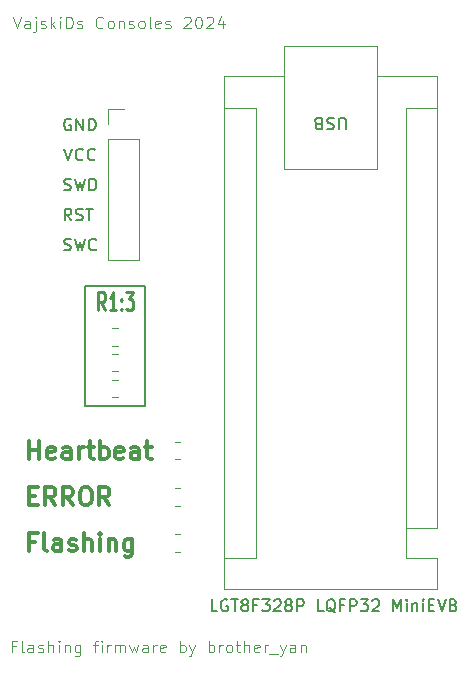
<source format=gbr>
%TF.GenerationSoftware,KiCad,Pcbnew,7.0.11+dfsg-1build4*%
%TF.CreationDate,2024-05-09T18:47:21+10:00*%
%TF.ProjectId,NoBootLoadFlasher,4e6f426f-6f74-44c6-9f61-64466c617368,rev?*%
%TF.SameCoordinates,Original*%
%TF.FileFunction,Legend,Top*%
%TF.FilePolarity,Positive*%
%FSLAX46Y46*%
G04 Gerber Fmt 4.6, Leading zero omitted, Abs format (unit mm)*
G04 Created by KiCad (PCBNEW 7.0.11+dfsg-1build4) date 2024-05-09 18:47:21*
%MOMM*%
%LPD*%
G01*
G04 APERTURE LIST*
%ADD10C,0.200000*%
%ADD11C,0.300000*%
%ADD12C,0.100000*%
%ADD13C,0.150000*%
%ADD14C,0.250000*%
%ADD15C,0.120000*%
G04 APERTURE END LIST*
D10*
X78232000Y-95123000D02*
X78232000Y-105283000D01*
X78232000Y-105283000D02*
X83312000Y-105283000D01*
X83312000Y-105283000D02*
X83312000Y-95123000D01*
X83312000Y-95123000D02*
X78232000Y-95123000D01*
D11*
X73544510Y-112855114D02*
X74044510Y-112855114D01*
X74258796Y-113640828D02*
X73544510Y-113640828D01*
X73544510Y-113640828D02*
X73544510Y-112140828D01*
X73544510Y-112140828D02*
X74258796Y-112140828D01*
X75758796Y-113640828D02*
X75258796Y-112926542D01*
X74901653Y-113640828D02*
X74901653Y-112140828D01*
X74901653Y-112140828D02*
X75473082Y-112140828D01*
X75473082Y-112140828D02*
X75615939Y-112212257D01*
X75615939Y-112212257D02*
X75687368Y-112283685D01*
X75687368Y-112283685D02*
X75758796Y-112426542D01*
X75758796Y-112426542D02*
X75758796Y-112640828D01*
X75758796Y-112640828D02*
X75687368Y-112783685D01*
X75687368Y-112783685D02*
X75615939Y-112855114D01*
X75615939Y-112855114D02*
X75473082Y-112926542D01*
X75473082Y-112926542D02*
X74901653Y-112926542D01*
X77258796Y-113640828D02*
X76758796Y-112926542D01*
X76401653Y-113640828D02*
X76401653Y-112140828D01*
X76401653Y-112140828D02*
X76973082Y-112140828D01*
X76973082Y-112140828D02*
X77115939Y-112212257D01*
X77115939Y-112212257D02*
X77187368Y-112283685D01*
X77187368Y-112283685D02*
X77258796Y-112426542D01*
X77258796Y-112426542D02*
X77258796Y-112640828D01*
X77258796Y-112640828D02*
X77187368Y-112783685D01*
X77187368Y-112783685D02*
X77115939Y-112855114D01*
X77115939Y-112855114D02*
X76973082Y-112926542D01*
X76973082Y-112926542D02*
X76401653Y-112926542D01*
X78187368Y-112140828D02*
X78473082Y-112140828D01*
X78473082Y-112140828D02*
X78615939Y-112212257D01*
X78615939Y-112212257D02*
X78758796Y-112355114D01*
X78758796Y-112355114D02*
X78830225Y-112640828D01*
X78830225Y-112640828D02*
X78830225Y-113140828D01*
X78830225Y-113140828D02*
X78758796Y-113426542D01*
X78758796Y-113426542D02*
X78615939Y-113569400D01*
X78615939Y-113569400D02*
X78473082Y-113640828D01*
X78473082Y-113640828D02*
X78187368Y-113640828D01*
X78187368Y-113640828D02*
X78044511Y-113569400D01*
X78044511Y-113569400D02*
X77901653Y-113426542D01*
X77901653Y-113426542D02*
X77830225Y-113140828D01*
X77830225Y-113140828D02*
X77830225Y-112640828D01*
X77830225Y-112640828D02*
X77901653Y-112355114D01*
X77901653Y-112355114D02*
X78044511Y-112212257D01*
X78044511Y-112212257D02*
X78187368Y-112140828D01*
X80330225Y-113640828D02*
X79830225Y-112926542D01*
X79473082Y-113640828D02*
X79473082Y-112140828D01*
X79473082Y-112140828D02*
X80044511Y-112140828D01*
X80044511Y-112140828D02*
X80187368Y-112212257D01*
X80187368Y-112212257D02*
X80258797Y-112283685D01*
X80258797Y-112283685D02*
X80330225Y-112426542D01*
X80330225Y-112426542D02*
X80330225Y-112640828D01*
X80330225Y-112640828D02*
X80258797Y-112783685D01*
X80258797Y-112783685D02*
X80187368Y-112855114D01*
X80187368Y-112855114D02*
X80044511Y-112926542D01*
X80044511Y-112926542D02*
X79473082Y-112926542D01*
D12*
X72170027Y-72278419D02*
X72503360Y-73278419D01*
X72503360Y-73278419D02*
X72836693Y-72278419D01*
X73598598Y-73278419D02*
X73598598Y-72754609D01*
X73598598Y-72754609D02*
X73550979Y-72659371D01*
X73550979Y-72659371D02*
X73455741Y-72611752D01*
X73455741Y-72611752D02*
X73265265Y-72611752D01*
X73265265Y-72611752D02*
X73170027Y-72659371D01*
X73598598Y-73230800D02*
X73503360Y-73278419D01*
X73503360Y-73278419D02*
X73265265Y-73278419D01*
X73265265Y-73278419D02*
X73170027Y-73230800D01*
X73170027Y-73230800D02*
X73122408Y-73135561D01*
X73122408Y-73135561D02*
X73122408Y-73040323D01*
X73122408Y-73040323D02*
X73170027Y-72945085D01*
X73170027Y-72945085D02*
X73265265Y-72897466D01*
X73265265Y-72897466D02*
X73503360Y-72897466D01*
X73503360Y-72897466D02*
X73598598Y-72849847D01*
X74074789Y-72611752D02*
X74074789Y-73468895D01*
X74074789Y-73468895D02*
X74027170Y-73564133D01*
X74027170Y-73564133D02*
X73931932Y-73611752D01*
X73931932Y-73611752D02*
X73884313Y-73611752D01*
X74074789Y-72278419D02*
X74027170Y-72326038D01*
X74027170Y-72326038D02*
X74074789Y-72373657D01*
X74074789Y-72373657D02*
X74122408Y-72326038D01*
X74122408Y-72326038D02*
X74074789Y-72278419D01*
X74074789Y-72278419D02*
X74074789Y-72373657D01*
X74503360Y-73230800D02*
X74598598Y-73278419D01*
X74598598Y-73278419D02*
X74789074Y-73278419D01*
X74789074Y-73278419D02*
X74884312Y-73230800D01*
X74884312Y-73230800D02*
X74931931Y-73135561D01*
X74931931Y-73135561D02*
X74931931Y-73087942D01*
X74931931Y-73087942D02*
X74884312Y-72992704D01*
X74884312Y-72992704D02*
X74789074Y-72945085D01*
X74789074Y-72945085D02*
X74646217Y-72945085D01*
X74646217Y-72945085D02*
X74550979Y-72897466D01*
X74550979Y-72897466D02*
X74503360Y-72802228D01*
X74503360Y-72802228D02*
X74503360Y-72754609D01*
X74503360Y-72754609D02*
X74550979Y-72659371D01*
X74550979Y-72659371D02*
X74646217Y-72611752D01*
X74646217Y-72611752D02*
X74789074Y-72611752D01*
X74789074Y-72611752D02*
X74884312Y-72659371D01*
X75360503Y-73278419D02*
X75360503Y-72278419D01*
X75455741Y-72897466D02*
X75741455Y-73278419D01*
X75741455Y-72611752D02*
X75360503Y-72992704D01*
X76170027Y-73278419D02*
X76170027Y-72611752D01*
X76170027Y-72278419D02*
X76122408Y-72326038D01*
X76122408Y-72326038D02*
X76170027Y-72373657D01*
X76170027Y-72373657D02*
X76217646Y-72326038D01*
X76217646Y-72326038D02*
X76170027Y-72278419D01*
X76170027Y-72278419D02*
X76170027Y-72373657D01*
X76646217Y-73278419D02*
X76646217Y-72278419D01*
X76646217Y-72278419D02*
X76884312Y-72278419D01*
X76884312Y-72278419D02*
X77027169Y-72326038D01*
X77027169Y-72326038D02*
X77122407Y-72421276D01*
X77122407Y-72421276D02*
X77170026Y-72516514D01*
X77170026Y-72516514D02*
X77217645Y-72706990D01*
X77217645Y-72706990D02*
X77217645Y-72849847D01*
X77217645Y-72849847D02*
X77170026Y-73040323D01*
X77170026Y-73040323D02*
X77122407Y-73135561D01*
X77122407Y-73135561D02*
X77027169Y-73230800D01*
X77027169Y-73230800D02*
X76884312Y-73278419D01*
X76884312Y-73278419D02*
X76646217Y-73278419D01*
X77598598Y-73230800D02*
X77693836Y-73278419D01*
X77693836Y-73278419D02*
X77884312Y-73278419D01*
X77884312Y-73278419D02*
X77979550Y-73230800D01*
X77979550Y-73230800D02*
X78027169Y-73135561D01*
X78027169Y-73135561D02*
X78027169Y-73087942D01*
X78027169Y-73087942D02*
X77979550Y-72992704D01*
X77979550Y-72992704D02*
X77884312Y-72945085D01*
X77884312Y-72945085D02*
X77741455Y-72945085D01*
X77741455Y-72945085D02*
X77646217Y-72897466D01*
X77646217Y-72897466D02*
X77598598Y-72802228D01*
X77598598Y-72802228D02*
X77598598Y-72754609D01*
X77598598Y-72754609D02*
X77646217Y-72659371D01*
X77646217Y-72659371D02*
X77741455Y-72611752D01*
X77741455Y-72611752D02*
X77884312Y-72611752D01*
X77884312Y-72611752D02*
X77979550Y-72659371D01*
X79789074Y-73183180D02*
X79741455Y-73230800D01*
X79741455Y-73230800D02*
X79598598Y-73278419D01*
X79598598Y-73278419D02*
X79503360Y-73278419D01*
X79503360Y-73278419D02*
X79360503Y-73230800D01*
X79360503Y-73230800D02*
X79265265Y-73135561D01*
X79265265Y-73135561D02*
X79217646Y-73040323D01*
X79217646Y-73040323D02*
X79170027Y-72849847D01*
X79170027Y-72849847D02*
X79170027Y-72706990D01*
X79170027Y-72706990D02*
X79217646Y-72516514D01*
X79217646Y-72516514D02*
X79265265Y-72421276D01*
X79265265Y-72421276D02*
X79360503Y-72326038D01*
X79360503Y-72326038D02*
X79503360Y-72278419D01*
X79503360Y-72278419D02*
X79598598Y-72278419D01*
X79598598Y-72278419D02*
X79741455Y-72326038D01*
X79741455Y-72326038D02*
X79789074Y-72373657D01*
X80360503Y-73278419D02*
X80265265Y-73230800D01*
X80265265Y-73230800D02*
X80217646Y-73183180D01*
X80217646Y-73183180D02*
X80170027Y-73087942D01*
X80170027Y-73087942D02*
X80170027Y-72802228D01*
X80170027Y-72802228D02*
X80217646Y-72706990D01*
X80217646Y-72706990D02*
X80265265Y-72659371D01*
X80265265Y-72659371D02*
X80360503Y-72611752D01*
X80360503Y-72611752D02*
X80503360Y-72611752D01*
X80503360Y-72611752D02*
X80598598Y-72659371D01*
X80598598Y-72659371D02*
X80646217Y-72706990D01*
X80646217Y-72706990D02*
X80693836Y-72802228D01*
X80693836Y-72802228D02*
X80693836Y-73087942D01*
X80693836Y-73087942D02*
X80646217Y-73183180D01*
X80646217Y-73183180D02*
X80598598Y-73230800D01*
X80598598Y-73230800D02*
X80503360Y-73278419D01*
X80503360Y-73278419D02*
X80360503Y-73278419D01*
X81122408Y-72611752D02*
X81122408Y-73278419D01*
X81122408Y-72706990D02*
X81170027Y-72659371D01*
X81170027Y-72659371D02*
X81265265Y-72611752D01*
X81265265Y-72611752D02*
X81408122Y-72611752D01*
X81408122Y-72611752D02*
X81503360Y-72659371D01*
X81503360Y-72659371D02*
X81550979Y-72754609D01*
X81550979Y-72754609D02*
X81550979Y-73278419D01*
X81979551Y-73230800D02*
X82074789Y-73278419D01*
X82074789Y-73278419D02*
X82265265Y-73278419D01*
X82265265Y-73278419D02*
X82360503Y-73230800D01*
X82360503Y-73230800D02*
X82408122Y-73135561D01*
X82408122Y-73135561D02*
X82408122Y-73087942D01*
X82408122Y-73087942D02*
X82360503Y-72992704D01*
X82360503Y-72992704D02*
X82265265Y-72945085D01*
X82265265Y-72945085D02*
X82122408Y-72945085D01*
X82122408Y-72945085D02*
X82027170Y-72897466D01*
X82027170Y-72897466D02*
X81979551Y-72802228D01*
X81979551Y-72802228D02*
X81979551Y-72754609D01*
X81979551Y-72754609D02*
X82027170Y-72659371D01*
X82027170Y-72659371D02*
X82122408Y-72611752D01*
X82122408Y-72611752D02*
X82265265Y-72611752D01*
X82265265Y-72611752D02*
X82360503Y-72659371D01*
X82979551Y-73278419D02*
X82884313Y-73230800D01*
X82884313Y-73230800D02*
X82836694Y-73183180D01*
X82836694Y-73183180D02*
X82789075Y-73087942D01*
X82789075Y-73087942D02*
X82789075Y-72802228D01*
X82789075Y-72802228D02*
X82836694Y-72706990D01*
X82836694Y-72706990D02*
X82884313Y-72659371D01*
X82884313Y-72659371D02*
X82979551Y-72611752D01*
X82979551Y-72611752D02*
X83122408Y-72611752D01*
X83122408Y-72611752D02*
X83217646Y-72659371D01*
X83217646Y-72659371D02*
X83265265Y-72706990D01*
X83265265Y-72706990D02*
X83312884Y-72802228D01*
X83312884Y-72802228D02*
X83312884Y-73087942D01*
X83312884Y-73087942D02*
X83265265Y-73183180D01*
X83265265Y-73183180D02*
X83217646Y-73230800D01*
X83217646Y-73230800D02*
X83122408Y-73278419D01*
X83122408Y-73278419D02*
X82979551Y-73278419D01*
X83884313Y-73278419D02*
X83789075Y-73230800D01*
X83789075Y-73230800D02*
X83741456Y-73135561D01*
X83741456Y-73135561D02*
X83741456Y-72278419D01*
X84646218Y-73230800D02*
X84550980Y-73278419D01*
X84550980Y-73278419D02*
X84360504Y-73278419D01*
X84360504Y-73278419D02*
X84265266Y-73230800D01*
X84265266Y-73230800D02*
X84217647Y-73135561D01*
X84217647Y-73135561D02*
X84217647Y-72754609D01*
X84217647Y-72754609D02*
X84265266Y-72659371D01*
X84265266Y-72659371D02*
X84360504Y-72611752D01*
X84360504Y-72611752D02*
X84550980Y-72611752D01*
X84550980Y-72611752D02*
X84646218Y-72659371D01*
X84646218Y-72659371D02*
X84693837Y-72754609D01*
X84693837Y-72754609D02*
X84693837Y-72849847D01*
X84693837Y-72849847D02*
X84217647Y-72945085D01*
X85074790Y-73230800D02*
X85170028Y-73278419D01*
X85170028Y-73278419D02*
X85360504Y-73278419D01*
X85360504Y-73278419D02*
X85455742Y-73230800D01*
X85455742Y-73230800D02*
X85503361Y-73135561D01*
X85503361Y-73135561D02*
X85503361Y-73087942D01*
X85503361Y-73087942D02*
X85455742Y-72992704D01*
X85455742Y-72992704D02*
X85360504Y-72945085D01*
X85360504Y-72945085D02*
X85217647Y-72945085D01*
X85217647Y-72945085D02*
X85122409Y-72897466D01*
X85122409Y-72897466D02*
X85074790Y-72802228D01*
X85074790Y-72802228D02*
X85074790Y-72754609D01*
X85074790Y-72754609D02*
X85122409Y-72659371D01*
X85122409Y-72659371D02*
X85217647Y-72611752D01*
X85217647Y-72611752D02*
X85360504Y-72611752D01*
X85360504Y-72611752D02*
X85455742Y-72659371D01*
X86646219Y-72373657D02*
X86693838Y-72326038D01*
X86693838Y-72326038D02*
X86789076Y-72278419D01*
X86789076Y-72278419D02*
X87027171Y-72278419D01*
X87027171Y-72278419D02*
X87122409Y-72326038D01*
X87122409Y-72326038D02*
X87170028Y-72373657D01*
X87170028Y-72373657D02*
X87217647Y-72468895D01*
X87217647Y-72468895D02*
X87217647Y-72564133D01*
X87217647Y-72564133D02*
X87170028Y-72706990D01*
X87170028Y-72706990D02*
X86598600Y-73278419D01*
X86598600Y-73278419D02*
X87217647Y-73278419D01*
X87836695Y-72278419D02*
X87931933Y-72278419D01*
X87931933Y-72278419D02*
X88027171Y-72326038D01*
X88027171Y-72326038D02*
X88074790Y-72373657D01*
X88074790Y-72373657D02*
X88122409Y-72468895D01*
X88122409Y-72468895D02*
X88170028Y-72659371D01*
X88170028Y-72659371D02*
X88170028Y-72897466D01*
X88170028Y-72897466D02*
X88122409Y-73087942D01*
X88122409Y-73087942D02*
X88074790Y-73183180D01*
X88074790Y-73183180D02*
X88027171Y-73230800D01*
X88027171Y-73230800D02*
X87931933Y-73278419D01*
X87931933Y-73278419D02*
X87836695Y-73278419D01*
X87836695Y-73278419D02*
X87741457Y-73230800D01*
X87741457Y-73230800D02*
X87693838Y-73183180D01*
X87693838Y-73183180D02*
X87646219Y-73087942D01*
X87646219Y-73087942D02*
X87598600Y-72897466D01*
X87598600Y-72897466D02*
X87598600Y-72659371D01*
X87598600Y-72659371D02*
X87646219Y-72468895D01*
X87646219Y-72468895D02*
X87693838Y-72373657D01*
X87693838Y-72373657D02*
X87741457Y-72326038D01*
X87741457Y-72326038D02*
X87836695Y-72278419D01*
X88550981Y-72373657D02*
X88598600Y-72326038D01*
X88598600Y-72326038D02*
X88693838Y-72278419D01*
X88693838Y-72278419D02*
X88931933Y-72278419D01*
X88931933Y-72278419D02*
X89027171Y-72326038D01*
X89027171Y-72326038D02*
X89074790Y-72373657D01*
X89074790Y-72373657D02*
X89122409Y-72468895D01*
X89122409Y-72468895D02*
X89122409Y-72564133D01*
X89122409Y-72564133D02*
X89074790Y-72706990D01*
X89074790Y-72706990D02*
X88503362Y-73278419D01*
X88503362Y-73278419D02*
X89122409Y-73278419D01*
X89979552Y-72611752D02*
X89979552Y-73278419D01*
X89741457Y-72230800D02*
X89503362Y-72945085D01*
X89503362Y-72945085D02*
X90122409Y-72945085D01*
D13*
X76489160Y-86944200D02*
X76632017Y-86991819D01*
X76632017Y-86991819D02*
X76870112Y-86991819D01*
X76870112Y-86991819D02*
X76965350Y-86944200D01*
X76965350Y-86944200D02*
X77012969Y-86896580D01*
X77012969Y-86896580D02*
X77060588Y-86801342D01*
X77060588Y-86801342D02*
X77060588Y-86706104D01*
X77060588Y-86706104D02*
X77012969Y-86610866D01*
X77012969Y-86610866D02*
X76965350Y-86563247D01*
X76965350Y-86563247D02*
X76870112Y-86515628D01*
X76870112Y-86515628D02*
X76679636Y-86468009D01*
X76679636Y-86468009D02*
X76584398Y-86420390D01*
X76584398Y-86420390D02*
X76536779Y-86372771D01*
X76536779Y-86372771D02*
X76489160Y-86277533D01*
X76489160Y-86277533D02*
X76489160Y-86182295D01*
X76489160Y-86182295D02*
X76536779Y-86087057D01*
X76536779Y-86087057D02*
X76584398Y-86039438D01*
X76584398Y-86039438D02*
X76679636Y-85991819D01*
X76679636Y-85991819D02*
X76917731Y-85991819D01*
X76917731Y-85991819D02*
X77060588Y-86039438D01*
X77393922Y-85991819D02*
X77632017Y-86991819D01*
X77632017Y-86991819D02*
X77822493Y-86277533D01*
X77822493Y-86277533D02*
X78012969Y-86991819D01*
X78012969Y-86991819D02*
X78251065Y-85991819D01*
X78632017Y-86991819D02*
X78632017Y-85991819D01*
X78632017Y-85991819D02*
X78870112Y-85991819D01*
X78870112Y-85991819D02*
X79012969Y-86039438D01*
X79012969Y-86039438D02*
X79108207Y-86134676D01*
X79108207Y-86134676D02*
X79155826Y-86229914D01*
X79155826Y-86229914D02*
X79203445Y-86420390D01*
X79203445Y-86420390D02*
X79203445Y-86563247D01*
X79203445Y-86563247D02*
X79155826Y-86753723D01*
X79155826Y-86753723D02*
X79108207Y-86848961D01*
X79108207Y-86848961D02*
X79012969Y-86944200D01*
X79012969Y-86944200D02*
X78870112Y-86991819D01*
X78870112Y-86991819D02*
X78632017Y-86991819D01*
D12*
X72392217Y-125586609D02*
X72058884Y-125586609D01*
X72058884Y-126110419D02*
X72058884Y-125110419D01*
X72058884Y-125110419D02*
X72535074Y-125110419D01*
X73058884Y-126110419D02*
X72963646Y-126062800D01*
X72963646Y-126062800D02*
X72916027Y-125967561D01*
X72916027Y-125967561D02*
X72916027Y-125110419D01*
X73868408Y-126110419D02*
X73868408Y-125586609D01*
X73868408Y-125586609D02*
X73820789Y-125491371D01*
X73820789Y-125491371D02*
X73725551Y-125443752D01*
X73725551Y-125443752D02*
X73535075Y-125443752D01*
X73535075Y-125443752D02*
X73439837Y-125491371D01*
X73868408Y-126062800D02*
X73773170Y-126110419D01*
X73773170Y-126110419D02*
X73535075Y-126110419D01*
X73535075Y-126110419D02*
X73439837Y-126062800D01*
X73439837Y-126062800D02*
X73392218Y-125967561D01*
X73392218Y-125967561D02*
X73392218Y-125872323D01*
X73392218Y-125872323D02*
X73439837Y-125777085D01*
X73439837Y-125777085D02*
X73535075Y-125729466D01*
X73535075Y-125729466D02*
X73773170Y-125729466D01*
X73773170Y-125729466D02*
X73868408Y-125681847D01*
X74296980Y-126062800D02*
X74392218Y-126110419D01*
X74392218Y-126110419D02*
X74582694Y-126110419D01*
X74582694Y-126110419D02*
X74677932Y-126062800D01*
X74677932Y-126062800D02*
X74725551Y-125967561D01*
X74725551Y-125967561D02*
X74725551Y-125919942D01*
X74725551Y-125919942D02*
X74677932Y-125824704D01*
X74677932Y-125824704D02*
X74582694Y-125777085D01*
X74582694Y-125777085D02*
X74439837Y-125777085D01*
X74439837Y-125777085D02*
X74344599Y-125729466D01*
X74344599Y-125729466D02*
X74296980Y-125634228D01*
X74296980Y-125634228D02*
X74296980Y-125586609D01*
X74296980Y-125586609D02*
X74344599Y-125491371D01*
X74344599Y-125491371D02*
X74439837Y-125443752D01*
X74439837Y-125443752D02*
X74582694Y-125443752D01*
X74582694Y-125443752D02*
X74677932Y-125491371D01*
X75154123Y-126110419D02*
X75154123Y-125110419D01*
X75582694Y-126110419D02*
X75582694Y-125586609D01*
X75582694Y-125586609D02*
X75535075Y-125491371D01*
X75535075Y-125491371D02*
X75439837Y-125443752D01*
X75439837Y-125443752D02*
X75296980Y-125443752D01*
X75296980Y-125443752D02*
X75201742Y-125491371D01*
X75201742Y-125491371D02*
X75154123Y-125538990D01*
X76058885Y-126110419D02*
X76058885Y-125443752D01*
X76058885Y-125110419D02*
X76011266Y-125158038D01*
X76011266Y-125158038D02*
X76058885Y-125205657D01*
X76058885Y-125205657D02*
X76106504Y-125158038D01*
X76106504Y-125158038D02*
X76058885Y-125110419D01*
X76058885Y-125110419D02*
X76058885Y-125205657D01*
X76535075Y-125443752D02*
X76535075Y-126110419D01*
X76535075Y-125538990D02*
X76582694Y-125491371D01*
X76582694Y-125491371D02*
X76677932Y-125443752D01*
X76677932Y-125443752D02*
X76820789Y-125443752D01*
X76820789Y-125443752D02*
X76916027Y-125491371D01*
X76916027Y-125491371D02*
X76963646Y-125586609D01*
X76963646Y-125586609D02*
X76963646Y-126110419D01*
X77868408Y-125443752D02*
X77868408Y-126253276D01*
X77868408Y-126253276D02*
X77820789Y-126348514D01*
X77820789Y-126348514D02*
X77773170Y-126396133D01*
X77773170Y-126396133D02*
X77677932Y-126443752D01*
X77677932Y-126443752D02*
X77535075Y-126443752D01*
X77535075Y-126443752D02*
X77439837Y-126396133D01*
X77868408Y-126062800D02*
X77773170Y-126110419D01*
X77773170Y-126110419D02*
X77582694Y-126110419D01*
X77582694Y-126110419D02*
X77487456Y-126062800D01*
X77487456Y-126062800D02*
X77439837Y-126015180D01*
X77439837Y-126015180D02*
X77392218Y-125919942D01*
X77392218Y-125919942D02*
X77392218Y-125634228D01*
X77392218Y-125634228D02*
X77439837Y-125538990D01*
X77439837Y-125538990D02*
X77487456Y-125491371D01*
X77487456Y-125491371D02*
X77582694Y-125443752D01*
X77582694Y-125443752D02*
X77773170Y-125443752D01*
X77773170Y-125443752D02*
X77868408Y-125491371D01*
X78963647Y-125443752D02*
X79344599Y-125443752D01*
X79106504Y-126110419D02*
X79106504Y-125253276D01*
X79106504Y-125253276D02*
X79154123Y-125158038D01*
X79154123Y-125158038D02*
X79249361Y-125110419D01*
X79249361Y-125110419D02*
X79344599Y-125110419D01*
X79677933Y-126110419D02*
X79677933Y-125443752D01*
X79677933Y-125110419D02*
X79630314Y-125158038D01*
X79630314Y-125158038D02*
X79677933Y-125205657D01*
X79677933Y-125205657D02*
X79725552Y-125158038D01*
X79725552Y-125158038D02*
X79677933Y-125110419D01*
X79677933Y-125110419D02*
X79677933Y-125205657D01*
X80154123Y-126110419D02*
X80154123Y-125443752D01*
X80154123Y-125634228D02*
X80201742Y-125538990D01*
X80201742Y-125538990D02*
X80249361Y-125491371D01*
X80249361Y-125491371D02*
X80344599Y-125443752D01*
X80344599Y-125443752D02*
X80439837Y-125443752D01*
X80773171Y-126110419D02*
X80773171Y-125443752D01*
X80773171Y-125538990D02*
X80820790Y-125491371D01*
X80820790Y-125491371D02*
X80916028Y-125443752D01*
X80916028Y-125443752D02*
X81058885Y-125443752D01*
X81058885Y-125443752D02*
X81154123Y-125491371D01*
X81154123Y-125491371D02*
X81201742Y-125586609D01*
X81201742Y-125586609D02*
X81201742Y-126110419D01*
X81201742Y-125586609D02*
X81249361Y-125491371D01*
X81249361Y-125491371D02*
X81344599Y-125443752D01*
X81344599Y-125443752D02*
X81487456Y-125443752D01*
X81487456Y-125443752D02*
X81582695Y-125491371D01*
X81582695Y-125491371D02*
X81630314Y-125586609D01*
X81630314Y-125586609D02*
X81630314Y-126110419D01*
X82011266Y-125443752D02*
X82201742Y-126110419D01*
X82201742Y-126110419D02*
X82392218Y-125634228D01*
X82392218Y-125634228D02*
X82582694Y-126110419D01*
X82582694Y-126110419D02*
X82773170Y-125443752D01*
X83582694Y-126110419D02*
X83582694Y-125586609D01*
X83582694Y-125586609D02*
X83535075Y-125491371D01*
X83535075Y-125491371D02*
X83439837Y-125443752D01*
X83439837Y-125443752D02*
X83249361Y-125443752D01*
X83249361Y-125443752D02*
X83154123Y-125491371D01*
X83582694Y-126062800D02*
X83487456Y-126110419D01*
X83487456Y-126110419D02*
X83249361Y-126110419D01*
X83249361Y-126110419D02*
X83154123Y-126062800D01*
X83154123Y-126062800D02*
X83106504Y-125967561D01*
X83106504Y-125967561D02*
X83106504Y-125872323D01*
X83106504Y-125872323D02*
X83154123Y-125777085D01*
X83154123Y-125777085D02*
X83249361Y-125729466D01*
X83249361Y-125729466D02*
X83487456Y-125729466D01*
X83487456Y-125729466D02*
X83582694Y-125681847D01*
X84058885Y-126110419D02*
X84058885Y-125443752D01*
X84058885Y-125634228D02*
X84106504Y-125538990D01*
X84106504Y-125538990D02*
X84154123Y-125491371D01*
X84154123Y-125491371D02*
X84249361Y-125443752D01*
X84249361Y-125443752D02*
X84344599Y-125443752D01*
X85058885Y-126062800D02*
X84963647Y-126110419D01*
X84963647Y-126110419D02*
X84773171Y-126110419D01*
X84773171Y-126110419D02*
X84677933Y-126062800D01*
X84677933Y-126062800D02*
X84630314Y-125967561D01*
X84630314Y-125967561D02*
X84630314Y-125586609D01*
X84630314Y-125586609D02*
X84677933Y-125491371D01*
X84677933Y-125491371D02*
X84773171Y-125443752D01*
X84773171Y-125443752D02*
X84963647Y-125443752D01*
X84963647Y-125443752D02*
X85058885Y-125491371D01*
X85058885Y-125491371D02*
X85106504Y-125586609D01*
X85106504Y-125586609D02*
X85106504Y-125681847D01*
X85106504Y-125681847D02*
X84630314Y-125777085D01*
X86296981Y-126110419D02*
X86296981Y-125110419D01*
X86296981Y-125491371D02*
X86392219Y-125443752D01*
X86392219Y-125443752D02*
X86582695Y-125443752D01*
X86582695Y-125443752D02*
X86677933Y-125491371D01*
X86677933Y-125491371D02*
X86725552Y-125538990D01*
X86725552Y-125538990D02*
X86773171Y-125634228D01*
X86773171Y-125634228D02*
X86773171Y-125919942D01*
X86773171Y-125919942D02*
X86725552Y-126015180D01*
X86725552Y-126015180D02*
X86677933Y-126062800D01*
X86677933Y-126062800D02*
X86582695Y-126110419D01*
X86582695Y-126110419D02*
X86392219Y-126110419D01*
X86392219Y-126110419D02*
X86296981Y-126062800D01*
X87106505Y-125443752D02*
X87344600Y-126110419D01*
X87582695Y-125443752D02*
X87344600Y-126110419D01*
X87344600Y-126110419D02*
X87249362Y-126348514D01*
X87249362Y-126348514D02*
X87201743Y-126396133D01*
X87201743Y-126396133D02*
X87106505Y-126443752D01*
X88725553Y-126110419D02*
X88725553Y-125110419D01*
X88725553Y-125491371D02*
X88820791Y-125443752D01*
X88820791Y-125443752D02*
X89011267Y-125443752D01*
X89011267Y-125443752D02*
X89106505Y-125491371D01*
X89106505Y-125491371D02*
X89154124Y-125538990D01*
X89154124Y-125538990D02*
X89201743Y-125634228D01*
X89201743Y-125634228D02*
X89201743Y-125919942D01*
X89201743Y-125919942D02*
X89154124Y-126015180D01*
X89154124Y-126015180D02*
X89106505Y-126062800D01*
X89106505Y-126062800D02*
X89011267Y-126110419D01*
X89011267Y-126110419D02*
X88820791Y-126110419D01*
X88820791Y-126110419D02*
X88725553Y-126062800D01*
X89630315Y-126110419D02*
X89630315Y-125443752D01*
X89630315Y-125634228D02*
X89677934Y-125538990D01*
X89677934Y-125538990D02*
X89725553Y-125491371D01*
X89725553Y-125491371D02*
X89820791Y-125443752D01*
X89820791Y-125443752D02*
X89916029Y-125443752D01*
X90392220Y-126110419D02*
X90296982Y-126062800D01*
X90296982Y-126062800D02*
X90249363Y-126015180D01*
X90249363Y-126015180D02*
X90201744Y-125919942D01*
X90201744Y-125919942D02*
X90201744Y-125634228D01*
X90201744Y-125634228D02*
X90249363Y-125538990D01*
X90249363Y-125538990D02*
X90296982Y-125491371D01*
X90296982Y-125491371D02*
X90392220Y-125443752D01*
X90392220Y-125443752D02*
X90535077Y-125443752D01*
X90535077Y-125443752D02*
X90630315Y-125491371D01*
X90630315Y-125491371D02*
X90677934Y-125538990D01*
X90677934Y-125538990D02*
X90725553Y-125634228D01*
X90725553Y-125634228D02*
X90725553Y-125919942D01*
X90725553Y-125919942D02*
X90677934Y-126015180D01*
X90677934Y-126015180D02*
X90630315Y-126062800D01*
X90630315Y-126062800D02*
X90535077Y-126110419D01*
X90535077Y-126110419D02*
X90392220Y-126110419D01*
X91011268Y-125443752D02*
X91392220Y-125443752D01*
X91154125Y-125110419D02*
X91154125Y-125967561D01*
X91154125Y-125967561D02*
X91201744Y-126062800D01*
X91201744Y-126062800D02*
X91296982Y-126110419D01*
X91296982Y-126110419D02*
X91392220Y-126110419D01*
X91725554Y-126110419D02*
X91725554Y-125110419D01*
X92154125Y-126110419D02*
X92154125Y-125586609D01*
X92154125Y-125586609D02*
X92106506Y-125491371D01*
X92106506Y-125491371D02*
X92011268Y-125443752D01*
X92011268Y-125443752D02*
X91868411Y-125443752D01*
X91868411Y-125443752D02*
X91773173Y-125491371D01*
X91773173Y-125491371D02*
X91725554Y-125538990D01*
X93011268Y-126062800D02*
X92916030Y-126110419D01*
X92916030Y-126110419D02*
X92725554Y-126110419D01*
X92725554Y-126110419D02*
X92630316Y-126062800D01*
X92630316Y-126062800D02*
X92582697Y-125967561D01*
X92582697Y-125967561D02*
X92582697Y-125586609D01*
X92582697Y-125586609D02*
X92630316Y-125491371D01*
X92630316Y-125491371D02*
X92725554Y-125443752D01*
X92725554Y-125443752D02*
X92916030Y-125443752D01*
X92916030Y-125443752D02*
X93011268Y-125491371D01*
X93011268Y-125491371D02*
X93058887Y-125586609D01*
X93058887Y-125586609D02*
X93058887Y-125681847D01*
X93058887Y-125681847D02*
X92582697Y-125777085D01*
X93487459Y-126110419D02*
X93487459Y-125443752D01*
X93487459Y-125634228D02*
X93535078Y-125538990D01*
X93535078Y-125538990D02*
X93582697Y-125491371D01*
X93582697Y-125491371D02*
X93677935Y-125443752D01*
X93677935Y-125443752D02*
X93773173Y-125443752D01*
X93868412Y-126205657D02*
X94630316Y-126205657D01*
X94773174Y-125443752D02*
X95011269Y-126110419D01*
X95249364Y-125443752D02*
X95011269Y-126110419D01*
X95011269Y-126110419D02*
X94916031Y-126348514D01*
X94916031Y-126348514D02*
X94868412Y-126396133D01*
X94868412Y-126396133D02*
X94773174Y-126443752D01*
X96058888Y-126110419D02*
X96058888Y-125586609D01*
X96058888Y-125586609D02*
X96011269Y-125491371D01*
X96011269Y-125491371D02*
X95916031Y-125443752D01*
X95916031Y-125443752D02*
X95725555Y-125443752D01*
X95725555Y-125443752D02*
X95630317Y-125491371D01*
X96058888Y-126062800D02*
X95963650Y-126110419D01*
X95963650Y-126110419D02*
X95725555Y-126110419D01*
X95725555Y-126110419D02*
X95630317Y-126062800D01*
X95630317Y-126062800D02*
X95582698Y-125967561D01*
X95582698Y-125967561D02*
X95582698Y-125872323D01*
X95582698Y-125872323D02*
X95630317Y-125777085D01*
X95630317Y-125777085D02*
X95725555Y-125729466D01*
X95725555Y-125729466D02*
X95963650Y-125729466D01*
X95963650Y-125729466D02*
X96058888Y-125681847D01*
X96535079Y-125443752D02*
X96535079Y-126110419D01*
X96535079Y-125538990D02*
X96582698Y-125491371D01*
X96582698Y-125491371D02*
X96677936Y-125443752D01*
X96677936Y-125443752D02*
X96820793Y-125443752D01*
X96820793Y-125443752D02*
X96916031Y-125491371D01*
X96916031Y-125491371D02*
X96963650Y-125586609D01*
X96963650Y-125586609D02*
X96963650Y-126110419D01*
D11*
X74044510Y-116755114D02*
X73544510Y-116755114D01*
X73544510Y-117540828D02*
X73544510Y-116040828D01*
X73544510Y-116040828D02*
X74258796Y-116040828D01*
X75044510Y-117540828D02*
X74901653Y-117469400D01*
X74901653Y-117469400D02*
X74830224Y-117326542D01*
X74830224Y-117326542D02*
X74830224Y-116040828D01*
X76258796Y-117540828D02*
X76258796Y-116755114D01*
X76258796Y-116755114D02*
X76187367Y-116612257D01*
X76187367Y-116612257D02*
X76044510Y-116540828D01*
X76044510Y-116540828D02*
X75758796Y-116540828D01*
X75758796Y-116540828D02*
X75615938Y-116612257D01*
X76258796Y-117469400D02*
X76115938Y-117540828D01*
X76115938Y-117540828D02*
X75758796Y-117540828D01*
X75758796Y-117540828D02*
X75615938Y-117469400D01*
X75615938Y-117469400D02*
X75544510Y-117326542D01*
X75544510Y-117326542D02*
X75544510Y-117183685D01*
X75544510Y-117183685D02*
X75615938Y-117040828D01*
X75615938Y-117040828D02*
X75758796Y-116969400D01*
X75758796Y-116969400D02*
X76115938Y-116969400D01*
X76115938Y-116969400D02*
X76258796Y-116897971D01*
X76901653Y-117469400D02*
X77044510Y-117540828D01*
X77044510Y-117540828D02*
X77330224Y-117540828D01*
X77330224Y-117540828D02*
X77473081Y-117469400D01*
X77473081Y-117469400D02*
X77544510Y-117326542D01*
X77544510Y-117326542D02*
X77544510Y-117255114D01*
X77544510Y-117255114D02*
X77473081Y-117112257D01*
X77473081Y-117112257D02*
X77330224Y-117040828D01*
X77330224Y-117040828D02*
X77115939Y-117040828D01*
X77115939Y-117040828D02*
X76973081Y-116969400D01*
X76973081Y-116969400D02*
X76901653Y-116826542D01*
X76901653Y-116826542D02*
X76901653Y-116755114D01*
X76901653Y-116755114D02*
X76973081Y-116612257D01*
X76973081Y-116612257D02*
X77115939Y-116540828D01*
X77115939Y-116540828D02*
X77330224Y-116540828D01*
X77330224Y-116540828D02*
X77473081Y-116612257D01*
X78187367Y-117540828D02*
X78187367Y-116040828D01*
X78830225Y-117540828D02*
X78830225Y-116755114D01*
X78830225Y-116755114D02*
X78758796Y-116612257D01*
X78758796Y-116612257D02*
X78615939Y-116540828D01*
X78615939Y-116540828D02*
X78401653Y-116540828D01*
X78401653Y-116540828D02*
X78258796Y-116612257D01*
X78258796Y-116612257D02*
X78187367Y-116683685D01*
X79544510Y-117540828D02*
X79544510Y-116540828D01*
X79544510Y-116040828D02*
X79473082Y-116112257D01*
X79473082Y-116112257D02*
X79544510Y-116183685D01*
X79544510Y-116183685D02*
X79615939Y-116112257D01*
X79615939Y-116112257D02*
X79544510Y-116040828D01*
X79544510Y-116040828D02*
X79544510Y-116183685D01*
X80258796Y-116540828D02*
X80258796Y-117540828D01*
X80258796Y-116683685D02*
X80330225Y-116612257D01*
X80330225Y-116612257D02*
X80473082Y-116540828D01*
X80473082Y-116540828D02*
X80687368Y-116540828D01*
X80687368Y-116540828D02*
X80830225Y-116612257D01*
X80830225Y-116612257D02*
X80901654Y-116755114D01*
X80901654Y-116755114D02*
X80901654Y-117540828D01*
X82258797Y-116540828D02*
X82258797Y-117755114D01*
X82258797Y-117755114D02*
X82187368Y-117897971D01*
X82187368Y-117897971D02*
X82115939Y-117969400D01*
X82115939Y-117969400D02*
X81973082Y-118040828D01*
X81973082Y-118040828D02*
X81758797Y-118040828D01*
X81758797Y-118040828D02*
X81615939Y-117969400D01*
X82258797Y-117469400D02*
X82115939Y-117540828D01*
X82115939Y-117540828D02*
X81830225Y-117540828D01*
X81830225Y-117540828D02*
X81687368Y-117469400D01*
X81687368Y-117469400D02*
X81615939Y-117397971D01*
X81615939Y-117397971D02*
X81544511Y-117255114D01*
X81544511Y-117255114D02*
X81544511Y-116826542D01*
X81544511Y-116826542D02*
X81615939Y-116683685D01*
X81615939Y-116683685D02*
X81687368Y-116612257D01*
X81687368Y-116612257D02*
X81830225Y-116540828D01*
X81830225Y-116540828D02*
X82115939Y-116540828D01*
X82115939Y-116540828D02*
X82258797Y-116612257D01*
D13*
X76520922Y-83451819D02*
X76854255Y-84451819D01*
X76854255Y-84451819D02*
X77187588Y-83451819D01*
X78092350Y-84356580D02*
X78044731Y-84404200D01*
X78044731Y-84404200D02*
X77901874Y-84451819D01*
X77901874Y-84451819D02*
X77806636Y-84451819D01*
X77806636Y-84451819D02*
X77663779Y-84404200D01*
X77663779Y-84404200D02*
X77568541Y-84308961D01*
X77568541Y-84308961D02*
X77520922Y-84213723D01*
X77520922Y-84213723D02*
X77473303Y-84023247D01*
X77473303Y-84023247D02*
X77473303Y-83880390D01*
X77473303Y-83880390D02*
X77520922Y-83689914D01*
X77520922Y-83689914D02*
X77568541Y-83594676D01*
X77568541Y-83594676D02*
X77663779Y-83499438D01*
X77663779Y-83499438D02*
X77806636Y-83451819D01*
X77806636Y-83451819D02*
X77901874Y-83451819D01*
X77901874Y-83451819D02*
X78044731Y-83499438D01*
X78044731Y-83499438D02*
X78092350Y-83547057D01*
X79092350Y-84356580D02*
X79044731Y-84404200D01*
X79044731Y-84404200D02*
X78901874Y-84451819D01*
X78901874Y-84451819D02*
X78806636Y-84451819D01*
X78806636Y-84451819D02*
X78663779Y-84404200D01*
X78663779Y-84404200D02*
X78568541Y-84308961D01*
X78568541Y-84308961D02*
X78520922Y-84213723D01*
X78520922Y-84213723D02*
X78473303Y-84023247D01*
X78473303Y-84023247D02*
X78473303Y-83880390D01*
X78473303Y-83880390D02*
X78520922Y-83689914D01*
X78520922Y-83689914D02*
X78568541Y-83594676D01*
X78568541Y-83594676D02*
X78663779Y-83499438D01*
X78663779Y-83499438D02*
X78806636Y-83451819D01*
X78806636Y-83451819D02*
X78901874Y-83451819D01*
X78901874Y-83451819D02*
X79044731Y-83499438D01*
X79044731Y-83499438D02*
X79092350Y-83547057D01*
X76489160Y-92024200D02*
X76632017Y-92071819D01*
X76632017Y-92071819D02*
X76870112Y-92071819D01*
X76870112Y-92071819D02*
X76965350Y-92024200D01*
X76965350Y-92024200D02*
X77012969Y-91976580D01*
X77012969Y-91976580D02*
X77060588Y-91881342D01*
X77060588Y-91881342D02*
X77060588Y-91786104D01*
X77060588Y-91786104D02*
X77012969Y-91690866D01*
X77012969Y-91690866D02*
X76965350Y-91643247D01*
X76965350Y-91643247D02*
X76870112Y-91595628D01*
X76870112Y-91595628D02*
X76679636Y-91548009D01*
X76679636Y-91548009D02*
X76584398Y-91500390D01*
X76584398Y-91500390D02*
X76536779Y-91452771D01*
X76536779Y-91452771D02*
X76489160Y-91357533D01*
X76489160Y-91357533D02*
X76489160Y-91262295D01*
X76489160Y-91262295D02*
X76536779Y-91167057D01*
X76536779Y-91167057D02*
X76584398Y-91119438D01*
X76584398Y-91119438D02*
X76679636Y-91071819D01*
X76679636Y-91071819D02*
X76917731Y-91071819D01*
X76917731Y-91071819D02*
X77060588Y-91119438D01*
X77393922Y-91071819D02*
X77632017Y-92071819D01*
X77632017Y-92071819D02*
X77822493Y-91357533D01*
X77822493Y-91357533D02*
X78012969Y-92071819D01*
X78012969Y-92071819D02*
X78251065Y-91071819D01*
X79203445Y-91976580D02*
X79155826Y-92024200D01*
X79155826Y-92024200D02*
X79012969Y-92071819D01*
X79012969Y-92071819D02*
X78917731Y-92071819D01*
X78917731Y-92071819D02*
X78774874Y-92024200D01*
X78774874Y-92024200D02*
X78679636Y-91928961D01*
X78679636Y-91928961D02*
X78632017Y-91833723D01*
X78632017Y-91833723D02*
X78584398Y-91643247D01*
X78584398Y-91643247D02*
X78584398Y-91500390D01*
X78584398Y-91500390D02*
X78632017Y-91309914D01*
X78632017Y-91309914D02*
X78679636Y-91214676D01*
X78679636Y-91214676D02*
X78774874Y-91119438D01*
X78774874Y-91119438D02*
X78917731Y-91071819D01*
X78917731Y-91071819D02*
X79012969Y-91071819D01*
X79012969Y-91071819D02*
X79155826Y-91119438D01*
X79155826Y-91119438D02*
X79203445Y-91167057D01*
X77060588Y-80959438D02*
X76965350Y-80911819D01*
X76965350Y-80911819D02*
X76822493Y-80911819D01*
X76822493Y-80911819D02*
X76679636Y-80959438D01*
X76679636Y-80959438D02*
X76584398Y-81054676D01*
X76584398Y-81054676D02*
X76536779Y-81149914D01*
X76536779Y-81149914D02*
X76489160Y-81340390D01*
X76489160Y-81340390D02*
X76489160Y-81483247D01*
X76489160Y-81483247D02*
X76536779Y-81673723D01*
X76536779Y-81673723D02*
X76584398Y-81768961D01*
X76584398Y-81768961D02*
X76679636Y-81864200D01*
X76679636Y-81864200D02*
X76822493Y-81911819D01*
X76822493Y-81911819D02*
X76917731Y-81911819D01*
X76917731Y-81911819D02*
X77060588Y-81864200D01*
X77060588Y-81864200D02*
X77108207Y-81816580D01*
X77108207Y-81816580D02*
X77108207Y-81483247D01*
X77108207Y-81483247D02*
X76917731Y-81483247D01*
X77536779Y-81911819D02*
X77536779Y-80911819D01*
X77536779Y-80911819D02*
X78108207Y-81911819D01*
X78108207Y-81911819D02*
X78108207Y-80911819D01*
X78584398Y-81911819D02*
X78584398Y-80911819D01*
X78584398Y-80911819D02*
X78822493Y-80911819D01*
X78822493Y-80911819D02*
X78965350Y-80959438D01*
X78965350Y-80959438D02*
X79060588Y-81054676D01*
X79060588Y-81054676D02*
X79108207Y-81149914D01*
X79108207Y-81149914D02*
X79155826Y-81340390D01*
X79155826Y-81340390D02*
X79155826Y-81483247D01*
X79155826Y-81483247D02*
X79108207Y-81673723D01*
X79108207Y-81673723D02*
X79060588Y-81768961D01*
X79060588Y-81768961D02*
X78965350Y-81864200D01*
X78965350Y-81864200D02*
X78822493Y-81911819D01*
X78822493Y-81911819D02*
X78584398Y-81911819D01*
X89456856Y-122628819D02*
X88980666Y-122628819D01*
X88980666Y-122628819D02*
X88980666Y-121628819D01*
X90313999Y-121676438D02*
X90218761Y-121628819D01*
X90218761Y-121628819D02*
X90075904Y-121628819D01*
X90075904Y-121628819D02*
X89933047Y-121676438D01*
X89933047Y-121676438D02*
X89837809Y-121771676D01*
X89837809Y-121771676D02*
X89790190Y-121866914D01*
X89790190Y-121866914D02*
X89742571Y-122057390D01*
X89742571Y-122057390D02*
X89742571Y-122200247D01*
X89742571Y-122200247D02*
X89790190Y-122390723D01*
X89790190Y-122390723D02*
X89837809Y-122485961D01*
X89837809Y-122485961D02*
X89933047Y-122581200D01*
X89933047Y-122581200D02*
X90075904Y-122628819D01*
X90075904Y-122628819D02*
X90171142Y-122628819D01*
X90171142Y-122628819D02*
X90313999Y-122581200D01*
X90313999Y-122581200D02*
X90361618Y-122533580D01*
X90361618Y-122533580D02*
X90361618Y-122200247D01*
X90361618Y-122200247D02*
X90171142Y-122200247D01*
X90647333Y-121628819D02*
X91218761Y-121628819D01*
X90933047Y-122628819D02*
X90933047Y-121628819D01*
X91694952Y-122057390D02*
X91599714Y-122009771D01*
X91599714Y-122009771D02*
X91552095Y-121962152D01*
X91552095Y-121962152D02*
X91504476Y-121866914D01*
X91504476Y-121866914D02*
X91504476Y-121819295D01*
X91504476Y-121819295D02*
X91552095Y-121724057D01*
X91552095Y-121724057D02*
X91599714Y-121676438D01*
X91599714Y-121676438D02*
X91694952Y-121628819D01*
X91694952Y-121628819D02*
X91885428Y-121628819D01*
X91885428Y-121628819D02*
X91980666Y-121676438D01*
X91980666Y-121676438D02*
X92028285Y-121724057D01*
X92028285Y-121724057D02*
X92075904Y-121819295D01*
X92075904Y-121819295D02*
X92075904Y-121866914D01*
X92075904Y-121866914D02*
X92028285Y-121962152D01*
X92028285Y-121962152D02*
X91980666Y-122009771D01*
X91980666Y-122009771D02*
X91885428Y-122057390D01*
X91885428Y-122057390D02*
X91694952Y-122057390D01*
X91694952Y-122057390D02*
X91599714Y-122105009D01*
X91599714Y-122105009D02*
X91552095Y-122152628D01*
X91552095Y-122152628D02*
X91504476Y-122247866D01*
X91504476Y-122247866D02*
X91504476Y-122438342D01*
X91504476Y-122438342D02*
X91552095Y-122533580D01*
X91552095Y-122533580D02*
X91599714Y-122581200D01*
X91599714Y-122581200D02*
X91694952Y-122628819D01*
X91694952Y-122628819D02*
X91885428Y-122628819D01*
X91885428Y-122628819D02*
X91980666Y-122581200D01*
X91980666Y-122581200D02*
X92028285Y-122533580D01*
X92028285Y-122533580D02*
X92075904Y-122438342D01*
X92075904Y-122438342D02*
X92075904Y-122247866D01*
X92075904Y-122247866D02*
X92028285Y-122152628D01*
X92028285Y-122152628D02*
X91980666Y-122105009D01*
X91980666Y-122105009D02*
X91885428Y-122057390D01*
X92837809Y-122105009D02*
X92504476Y-122105009D01*
X92504476Y-122628819D02*
X92504476Y-121628819D01*
X92504476Y-121628819D02*
X92980666Y-121628819D01*
X93266381Y-121628819D02*
X93885428Y-121628819D01*
X93885428Y-121628819D02*
X93552095Y-122009771D01*
X93552095Y-122009771D02*
X93694952Y-122009771D01*
X93694952Y-122009771D02*
X93790190Y-122057390D01*
X93790190Y-122057390D02*
X93837809Y-122105009D01*
X93837809Y-122105009D02*
X93885428Y-122200247D01*
X93885428Y-122200247D02*
X93885428Y-122438342D01*
X93885428Y-122438342D02*
X93837809Y-122533580D01*
X93837809Y-122533580D02*
X93790190Y-122581200D01*
X93790190Y-122581200D02*
X93694952Y-122628819D01*
X93694952Y-122628819D02*
X93409238Y-122628819D01*
X93409238Y-122628819D02*
X93314000Y-122581200D01*
X93314000Y-122581200D02*
X93266381Y-122533580D01*
X94266381Y-121724057D02*
X94314000Y-121676438D01*
X94314000Y-121676438D02*
X94409238Y-121628819D01*
X94409238Y-121628819D02*
X94647333Y-121628819D01*
X94647333Y-121628819D02*
X94742571Y-121676438D01*
X94742571Y-121676438D02*
X94790190Y-121724057D01*
X94790190Y-121724057D02*
X94837809Y-121819295D01*
X94837809Y-121819295D02*
X94837809Y-121914533D01*
X94837809Y-121914533D02*
X94790190Y-122057390D01*
X94790190Y-122057390D02*
X94218762Y-122628819D01*
X94218762Y-122628819D02*
X94837809Y-122628819D01*
X95409238Y-122057390D02*
X95314000Y-122009771D01*
X95314000Y-122009771D02*
X95266381Y-121962152D01*
X95266381Y-121962152D02*
X95218762Y-121866914D01*
X95218762Y-121866914D02*
X95218762Y-121819295D01*
X95218762Y-121819295D02*
X95266381Y-121724057D01*
X95266381Y-121724057D02*
X95314000Y-121676438D01*
X95314000Y-121676438D02*
X95409238Y-121628819D01*
X95409238Y-121628819D02*
X95599714Y-121628819D01*
X95599714Y-121628819D02*
X95694952Y-121676438D01*
X95694952Y-121676438D02*
X95742571Y-121724057D01*
X95742571Y-121724057D02*
X95790190Y-121819295D01*
X95790190Y-121819295D02*
X95790190Y-121866914D01*
X95790190Y-121866914D02*
X95742571Y-121962152D01*
X95742571Y-121962152D02*
X95694952Y-122009771D01*
X95694952Y-122009771D02*
X95599714Y-122057390D01*
X95599714Y-122057390D02*
X95409238Y-122057390D01*
X95409238Y-122057390D02*
X95314000Y-122105009D01*
X95314000Y-122105009D02*
X95266381Y-122152628D01*
X95266381Y-122152628D02*
X95218762Y-122247866D01*
X95218762Y-122247866D02*
X95218762Y-122438342D01*
X95218762Y-122438342D02*
X95266381Y-122533580D01*
X95266381Y-122533580D02*
X95314000Y-122581200D01*
X95314000Y-122581200D02*
X95409238Y-122628819D01*
X95409238Y-122628819D02*
X95599714Y-122628819D01*
X95599714Y-122628819D02*
X95694952Y-122581200D01*
X95694952Y-122581200D02*
X95742571Y-122533580D01*
X95742571Y-122533580D02*
X95790190Y-122438342D01*
X95790190Y-122438342D02*
X95790190Y-122247866D01*
X95790190Y-122247866D02*
X95742571Y-122152628D01*
X95742571Y-122152628D02*
X95694952Y-122105009D01*
X95694952Y-122105009D02*
X95599714Y-122057390D01*
X96218762Y-122628819D02*
X96218762Y-121628819D01*
X96218762Y-121628819D02*
X96599714Y-121628819D01*
X96599714Y-121628819D02*
X96694952Y-121676438D01*
X96694952Y-121676438D02*
X96742571Y-121724057D01*
X96742571Y-121724057D02*
X96790190Y-121819295D01*
X96790190Y-121819295D02*
X96790190Y-121962152D01*
X96790190Y-121962152D02*
X96742571Y-122057390D01*
X96742571Y-122057390D02*
X96694952Y-122105009D01*
X96694952Y-122105009D02*
X96599714Y-122152628D01*
X96599714Y-122152628D02*
X96218762Y-122152628D01*
X98456857Y-122628819D02*
X97980667Y-122628819D01*
X97980667Y-122628819D02*
X97980667Y-121628819D01*
X99456857Y-122724057D02*
X99361619Y-122676438D01*
X99361619Y-122676438D02*
X99266381Y-122581200D01*
X99266381Y-122581200D02*
X99123524Y-122438342D01*
X99123524Y-122438342D02*
X99028286Y-122390723D01*
X99028286Y-122390723D02*
X98933048Y-122390723D01*
X98980667Y-122628819D02*
X98885429Y-122581200D01*
X98885429Y-122581200D02*
X98790191Y-122485961D01*
X98790191Y-122485961D02*
X98742572Y-122295485D01*
X98742572Y-122295485D02*
X98742572Y-121962152D01*
X98742572Y-121962152D02*
X98790191Y-121771676D01*
X98790191Y-121771676D02*
X98885429Y-121676438D01*
X98885429Y-121676438D02*
X98980667Y-121628819D01*
X98980667Y-121628819D02*
X99171143Y-121628819D01*
X99171143Y-121628819D02*
X99266381Y-121676438D01*
X99266381Y-121676438D02*
X99361619Y-121771676D01*
X99361619Y-121771676D02*
X99409238Y-121962152D01*
X99409238Y-121962152D02*
X99409238Y-122295485D01*
X99409238Y-122295485D02*
X99361619Y-122485961D01*
X99361619Y-122485961D02*
X99266381Y-122581200D01*
X99266381Y-122581200D02*
X99171143Y-122628819D01*
X99171143Y-122628819D02*
X98980667Y-122628819D01*
X100171143Y-122105009D02*
X99837810Y-122105009D01*
X99837810Y-122628819D02*
X99837810Y-121628819D01*
X99837810Y-121628819D02*
X100314000Y-121628819D01*
X100694953Y-122628819D02*
X100694953Y-121628819D01*
X100694953Y-121628819D02*
X101075905Y-121628819D01*
X101075905Y-121628819D02*
X101171143Y-121676438D01*
X101171143Y-121676438D02*
X101218762Y-121724057D01*
X101218762Y-121724057D02*
X101266381Y-121819295D01*
X101266381Y-121819295D02*
X101266381Y-121962152D01*
X101266381Y-121962152D02*
X101218762Y-122057390D01*
X101218762Y-122057390D02*
X101171143Y-122105009D01*
X101171143Y-122105009D02*
X101075905Y-122152628D01*
X101075905Y-122152628D02*
X100694953Y-122152628D01*
X101599715Y-121628819D02*
X102218762Y-121628819D01*
X102218762Y-121628819D02*
X101885429Y-122009771D01*
X101885429Y-122009771D02*
X102028286Y-122009771D01*
X102028286Y-122009771D02*
X102123524Y-122057390D01*
X102123524Y-122057390D02*
X102171143Y-122105009D01*
X102171143Y-122105009D02*
X102218762Y-122200247D01*
X102218762Y-122200247D02*
X102218762Y-122438342D01*
X102218762Y-122438342D02*
X102171143Y-122533580D01*
X102171143Y-122533580D02*
X102123524Y-122581200D01*
X102123524Y-122581200D02*
X102028286Y-122628819D01*
X102028286Y-122628819D02*
X101742572Y-122628819D01*
X101742572Y-122628819D02*
X101647334Y-122581200D01*
X101647334Y-122581200D02*
X101599715Y-122533580D01*
X102599715Y-121724057D02*
X102647334Y-121676438D01*
X102647334Y-121676438D02*
X102742572Y-121628819D01*
X102742572Y-121628819D02*
X102980667Y-121628819D01*
X102980667Y-121628819D02*
X103075905Y-121676438D01*
X103075905Y-121676438D02*
X103123524Y-121724057D01*
X103123524Y-121724057D02*
X103171143Y-121819295D01*
X103171143Y-121819295D02*
X103171143Y-121914533D01*
X103171143Y-121914533D02*
X103123524Y-122057390D01*
X103123524Y-122057390D02*
X102552096Y-122628819D01*
X102552096Y-122628819D02*
X103171143Y-122628819D01*
X104361620Y-122628819D02*
X104361620Y-121628819D01*
X104361620Y-121628819D02*
X104694953Y-122343104D01*
X104694953Y-122343104D02*
X105028286Y-121628819D01*
X105028286Y-121628819D02*
X105028286Y-122628819D01*
X105504477Y-122628819D02*
X105504477Y-121962152D01*
X105504477Y-121628819D02*
X105456858Y-121676438D01*
X105456858Y-121676438D02*
X105504477Y-121724057D01*
X105504477Y-121724057D02*
X105552096Y-121676438D01*
X105552096Y-121676438D02*
X105504477Y-121628819D01*
X105504477Y-121628819D02*
X105504477Y-121724057D01*
X105980667Y-121962152D02*
X105980667Y-122628819D01*
X105980667Y-122057390D02*
X106028286Y-122009771D01*
X106028286Y-122009771D02*
X106123524Y-121962152D01*
X106123524Y-121962152D02*
X106266381Y-121962152D01*
X106266381Y-121962152D02*
X106361619Y-122009771D01*
X106361619Y-122009771D02*
X106409238Y-122105009D01*
X106409238Y-122105009D02*
X106409238Y-122628819D01*
X106885429Y-122628819D02*
X106885429Y-121962152D01*
X106885429Y-121628819D02*
X106837810Y-121676438D01*
X106837810Y-121676438D02*
X106885429Y-121724057D01*
X106885429Y-121724057D02*
X106933048Y-121676438D01*
X106933048Y-121676438D02*
X106885429Y-121628819D01*
X106885429Y-121628819D02*
X106885429Y-121724057D01*
X107361619Y-122105009D02*
X107694952Y-122105009D01*
X107837809Y-122628819D02*
X107361619Y-122628819D01*
X107361619Y-122628819D02*
X107361619Y-121628819D01*
X107361619Y-121628819D02*
X107837809Y-121628819D01*
X108123524Y-121628819D02*
X108456857Y-122628819D01*
X108456857Y-122628819D02*
X108790190Y-121628819D01*
X109456857Y-122105009D02*
X109599714Y-122152628D01*
X109599714Y-122152628D02*
X109647333Y-122200247D01*
X109647333Y-122200247D02*
X109694952Y-122295485D01*
X109694952Y-122295485D02*
X109694952Y-122438342D01*
X109694952Y-122438342D02*
X109647333Y-122533580D01*
X109647333Y-122533580D02*
X109599714Y-122581200D01*
X109599714Y-122581200D02*
X109504476Y-122628819D01*
X109504476Y-122628819D02*
X109123524Y-122628819D01*
X109123524Y-122628819D02*
X109123524Y-121628819D01*
X109123524Y-121628819D02*
X109456857Y-121628819D01*
X109456857Y-121628819D02*
X109552095Y-121676438D01*
X109552095Y-121676438D02*
X109599714Y-121724057D01*
X109599714Y-121724057D02*
X109647333Y-121819295D01*
X109647333Y-121819295D02*
X109647333Y-121914533D01*
X109647333Y-121914533D02*
X109599714Y-122009771D01*
X109599714Y-122009771D02*
X109552095Y-122057390D01*
X109552095Y-122057390D02*
X109456857Y-122105009D01*
X109456857Y-122105009D02*
X109123524Y-122105009D01*
X77108207Y-89531819D02*
X76774874Y-89055628D01*
X76536779Y-89531819D02*
X76536779Y-88531819D01*
X76536779Y-88531819D02*
X76917731Y-88531819D01*
X76917731Y-88531819D02*
X77012969Y-88579438D01*
X77012969Y-88579438D02*
X77060588Y-88627057D01*
X77060588Y-88627057D02*
X77108207Y-88722295D01*
X77108207Y-88722295D02*
X77108207Y-88865152D01*
X77108207Y-88865152D02*
X77060588Y-88960390D01*
X77060588Y-88960390D02*
X77012969Y-89008009D01*
X77012969Y-89008009D02*
X76917731Y-89055628D01*
X76917731Y-89055628D02*
X76536779Y-89055628D01*
X77489160Y-89484200D02*
X77632017Y-89531819D01*
X77632017Y-89531819D02*
X77870112Y-89531819D01*
X77870112Y-89531819D02*
X77965350Y-89484200D01*
X77965350Y-89484200D02*
X78012969Y-89436580D01*
X78012969Y-89436580D02*
X78060588Y-89341342D01*
X78060588Y-89341342D02*
X78060588Y-89246104D01*
X78060588Y-89246104D02*
X78012969Y-89150866D01*
X78012969Y-89150866D02*
X77965350Y-89103247D01*
X77965350Y-89103247D02*
X77870112Y-89055628D01*
X77870112Y-89055628D02*
X77679636Y-89008009D01*
X77679636Y-89008009D02*
X77584398Y-88960390D01*
X77584398Y-88960390D02*
X77536779Y-88912771D01*
X77536779Y-88912771D02*
X77489160Y-88817533D01*
X77489160Y-88817533D02*
X77489160Y-88722295D01*
X77489160Y-88722295D02*
X77536779Y-88627057D01*
X77536779Y-88627057D02*
X77584398Y-88579438D01*
X77584398Y-88579438D02*
X77679636Y-88531819D01*
X77679636Y-88531819D02*
X77917731Y-88531819D01*
X77917731Y-88531819D02*
X78060588Y-88579438D01*
X78346303Y-88531819D02*
X78917731Y-88531819D01*
X78632017Y-89531819D02*
X78632017Y-88531819D01*
D11*
X73544510Y-109740828D02*
X73544510Y-108240828D01*
X73544510Y-108955114D02*
X74401653Y-108955114D01*
X74401653Y-109740828D02*
X74401653Y-108240828D01*
X75687368Y-109669400D02*
X75544511Y-109740828D01*
X75544511Y-109740828D02*
X75258797Y-109740828D01*
X75258797Y-109740828D02*
X75115939Y-109669400D01*
X75115939Y-109669400D02*
X75044511Y-109526542D01*
X75044511Y-109526542D02*
X75044511Y-108955114D01*
X75044511Y-108955114D02*
X75115939Y-108812257D01*
X75115939Y-108812257D02*
X75258797Y-108740828D01*
X75258797Y-108740828D02*
X75544511Y-108740828D01*
X75544511Y-108740828D02*
X75687368Y-108812257D01*
X75687368Y-108812257D02*
X75758797Y-108955114D01*
X75758797Y-108955114D02*
X75758797Y-109097971D01*
X75758797Y-109097971D02*
X75044511Y-109240828D01*
X77044511Y-109740828D02*
X77044511Y-108955114D01*
X77044511Y-108955114D02*
X76973082Y-108812257D01*
X76973082Y-108812257D02*
X76830225Y-108740828D01*
X76830225Y-108740828D02*
X76544511Y-108740828D01*
X76544511Y-108740828D02*
X76401653Y-108812257D01*
X77044511Y-109669400D02*
X76901653Y-109740828D01*
X76901653Y-109740828D02*
X76544511Y-109740828D01*
X76544511Y-109740828D02*
X76401653Y-109669400D01*
X76401653Y-109669400D02*
X76330225Y-109526542D01*
X76330225Y-109526542D02*
X76330225Y-109383685D01*
X76330225Y-109383685D02*
X76401653Y-109240828D01*
X76401653Y-109240828D02*
X76544511Y-109169400D01*
X76544511Y-109169400D02*
X76901653Y-109169400D01*
X76901653Y-109169400D02*
X77044511Y-109097971D01*
X77758796Y-109740828D02*
X77758796Y-108740828D01*
X77758796Y-109026542D02*
X77830225Y-108883685D01*
X77830225Y-108883685D02*
X77901654Y-108812257D01*
X77901654Y-108812257D02*
X78044511Y-108740828D01*
X78044511Y-108740828D02*
X78187368Y-108740828D01*
X78473082Y-108740828D02*
X79044510Y-108740828D01*
X78687367Y-108240828D02*
X78687367Y-109526542D01*
X78687367Y-109526542D02*
X78758796Y-109669400D01*
X78758796Y-109669400D02*
X78901653Y-109740828D01*
X78901653Y-109740828D02*
X79044510Y-109740828D01*
X79544510Y-109740828D02*
X79544510Y-108240828D01*
X79544510Y-108812257D02*
X79687368Y-108740828D01*
X79687368Y-108740828D02*
X79973082Y-108740828D01*
X79973082Y-108740828D02*
X80115939Y-108812257D01*
X80115939Y-108812257D02*
X80187368Y-108883685D01*
X80187368Y-108883685D02*
X80258796Y-109026542D01*
X80258796Y-109026542D02*
X80258796Y-109455114D01*
X80258796Y-109455114D02*
X80187368Y-109597971D01*
X80187368Y-109597971D02*
X80115939Y-109669400D01*
X80115939Y-109669400D02*
X79973082Y-109740828D01*
X79973082Y-109740828D02*
X79687368Y-109740828D01*
X79687368Y-109740828D02*
X79544510Y-109669400D01*
X81473082Y-109669400D02*
X81330225Y-109740828D01*
X81330225Y-109740828D02*
X81044511Y-109740828D01*
X81044511Y-109740828D02*
X80901653Y-109669400D01*
X80901653Y-109669400D02*
X80830225Y-109526542D01*
X80830225Y-109526542D02*
X80830225Y-108955114D01*
X80830225Y-108955114D02*
X80901653Y-108812257D01*
X80901653Y-108812257D02*
X81044511Y-108740828D01*
X81044511Y-108740828D02*
X81330225Y-108740828D01*
X81330225Y-108740828D02*
X81473082Y-108812257D01*
X81473082Y-108812257D02*
X81544511Y-108955114D01*
X81544511Y-108955114D02*
X81544511Y-109097971D01*
X81544511Y-109097971D02*
X80830225Y-109240828D01*
X82830225Y-109740828D02*
X82830225Y-108955114D01*
X82830225Y-108955114D02*
X82758796Y-108812257D01*
X82758796Y-108812257D02*
X82615939Y-108740828D01*
X82615939Y-108740828D02*
X82330225Y-108740828D01*
X82330225Y-108740828D02*
X82187367Y-108812257D01*
X82830225Y-109669400D02*
X82687367Y-109740828D01*
X82687367Y-109740828D02*
X82330225Y-109740828D01*
X82330225Y-109740828D02*
X82187367Y-109669400D01*
X82187367Y-109669400D02*
X82115939Y-109526542D01*
X82115939Y-109526542D02*
X82115939Y-109383685D01*
X82115939Y-109383685D02*
X82187367Y-109240828D01*
X82187367Y-109240828D02*
X82330225Y-109169400D01*
X82330225Y-109169400D02*
X82687367Y-109169400D01*
X82687367Y-109169400D02*
X82830225Y-109097971D01*
X83330225Y-108740828D02*
X83901653Y-108740828D01*
X83544510Y-108240828D02*
X83544510Y-109526542D01*
X83544510Y-109526542D02*
X83615939Y-109669400D01*
X83615939Y-109669400D02*
X83758796Y-109740828D01*
X83758796Y-109740828D02*
X83901653Y-109740828D01*
D14*
X79967996Y-97136428D02*
X79634663Y-96422142D01*
X79396568Y-97136428D02*
X79396568Y-95636428D01*
X79396568Y-95636428D02*
X79777520Y-95636428D01*
X79777520Y-95636428D02*
X79872758Y-95707857D01*
X79872758Y-95707857D02*
X79920377Y-95779285D01*
X79920377Y-95779285D02*
X79967996Y-95922142D01*
X79967996Y-95922142D02*
X79967996Y-96136428D01*
X79967996Y-96136428D02*
X79920377Y-96279285D01*
X79920377Y-96279285D02*
X79872758Y-96350714D01*
X79872758Y-96350714D02*
X79777520Y-96422142D01*
X79777520Y-96422142D02*
X79396568Y-96422142D01*
X80920377Y-97136428D02*
X80348949Y-97136428D01*
X80634663Y-97136428D02*
X80634663Y-95636428D01*
X80634663Y-95636428D02*
X80539425Y-95850714D01*
X80539425Y-95850714D02*
X80444187Y-95993571D01*
X80444187Y-95993571D02*
X80348949Y-96065000D01*
X81348949Y-96993571D02*
X81396568Y-97065000D01*
X81396568Y-97065000D02*
X81348949Y-97136428D01*
X81348949Y-97136428D02*
X81301330Y-97065000D01*
X81301330Y-97065000D02*
X81348949Y-96993571D01*
X81348949Y-96993571D02*
X81348949Y-97136428D01*
X81348949Y-96207857D02*
X81396568Y-96279285D01*
X81396568Y-96279285D02*
X81348949Y-96350714D01*
X81348949Y-96350714D02*
X81301330Y-96279285D01*
X81301330Y-96279285D02*
X81348949Y-96207857D01*
X81348949Y-96207857D02*
X81348949Y-96350714D01*
X81729901Y-95636428D02*
X82348948Y-95636428D01*
X82348948Y-95636428D02*
X82015615Y-96207857D01*
X82015615Y-96207857D02*
X82158472Y-96207857D01*
X82158472Y-96207857D02*
X82253710Y-96279285D01*
X82253710Y-96279285D02*
X82301329Y-96350714D01*
X82301329Y-96350714D02*
X82348948Y-96493571D01*
X82348948Y-96493571D02*
X82348948Y-96850714D01*
X82348948Y-96850714D02*
X82301329Y-96993571D01*
X82301329Y-96993571D02*
X82253710Y-97065000D01*
X82253710Y-97065000D02*
X82158472Y-97136428D01*
X82158472Y-97136428D02*
X81872758Y-97136428D01*
X81872758Y-97136428D02*
X81777520Y-97065000D01*
X81777520Y-97065000D02*
X81729901Y-96993571D01*
D13*
X100321904Y-81825180D02*
X100321904Y-81015657D01*
X100321904Y-81015657D02*
X100274285Y-80920419D01*
X100274285Y-80920419D02*
X100226666Y-80872800D01*
X100226666Y-80872800D02*
X100131428Y-80825180D01*
X100131428Y-80825180D02*
X99940952Y-80825180D01*
X99940952Y-80825180D02*
X99845714Y-80872800D01*
X99845714Y-80872800D02*
X99798095Y-80920419D01*
X99798095Y-80920419D02*
X99750476Y-81015657D01*
X99750476Y-81015657D02*
X99750476Y-81825180D01*
X99321904Y-80872800D02*
X99179047Y-80825180D01*
X99179047Y-80825180D02*
X98940952Y-80825180D01*
X98940952Y-80825180D02*
X98845714Y-80872800D01*
X98845714Y-80872800D02*
X98798095Y-80920419D01*
X98798095Y-80920419D02*
X98750476Y-81015657D01*
X98750476Y-81015657D02*
X98750476Y-81110895D01*
X98750476Y-81110895D02*
X98798095Y-81206133D01*
X98798095Y-81206133D02*
X98845714Y-81253752D01*
X98845714Y-81253752D02*
X98940952Y-81301371D01*
X98940952Y-81301371D02*
X99131428Y-81348990D01*
X99131428Y-81348990D02*
X99226666Y-81396609D01*
X99226666Y-81396609D02*
X99274285Y-81444228D01*
X99274285Y-81444228D02*
X99321904Y-81539466D01*
X99321904Y-81539466D02*
X99321904Y-81634704D01*
X99321904Y-81634704D02*
X99274285Y-81729942D01*
X99274285Y-81729942D02*
X99226666Y-81777561D01*
X99226666Y-81777561D02*
X99131428Y-81825180D01*
X99131428Y-81825180D02*
X98893333Y-81825180D01*
X98893333Y-81825180D02*
X98750476Y-81777561D01*
X97988571Y-81348990D02*
X97845714Y-81301371D01*
X97845714Y-81301371D02*
X97798095Y-81253752D01*
X97798095Y-81253752D02*
X97750476Y-81158514D01*
X97750476Y-81158514D02*
X97750476Y-81015657D01*
X97750476Y-81015657D02*
X97798095Y-80920419D01*
X97798095Y-80920419D02*
X97845714Y-80872800D01*
X97845714Y-80872800D02*
X97940952Y-80825180D01*
X97940952Y-80825180D02*
X98321904Y-80825180D01*
X98321904Y-80825180D02*
X98321904Y-81825180D01*
X98321904Y-81825180D02*
X97988571Y-81825180D01*
X97988571Y-81825180D02*
X97893333Y-81777561D01*
X97893333Y-81777561D02*
X97845714Y-81729942D01*
X97845714Y-81729942D02*
X97798095Y-81634704D01*
X97798095Y-81634704D02*
X97798095Y-81539466D01*
X97798095Y-81539466D02*
X97845714Y-81444228D01*
X97845714Y-81444228D02*
X97893333Y-81396609D01*
X97893333Y-81396609D02*
X97988571Y-81348990D01*
X97988571Y-81348990D02*
X98321904Y-81348990D01*
D15*
%TO.C,REF\u002A\u002A*%
X80204000Y-80077000D02*
X81534000Y-80077000D01*
X80204000Y-81407000D02*
X80204000Y-80077000D01*
X80204000Y-82677000D02*
X80204000Y-92897000D01*
X80204000Y-82677000D02*
X82864000Y-82677000D01*
X80204000Y-92897000D02*
X82864000Y-92897000D01*
X82864000Y-82677000D02*
X82864000Y-92897000D01*
X86309564Y-113675000D02*
X85855436Y-113675000D01*
X86309564Y-112205000D02*
X85855436Y-112205000D01*
X81026564Y-100125200D02*
X80572436Y-100125200D01*
X81026564Y-98655200D02*
X80572436Y-98655200D01*
X81026564Y-104494000D02*
X80572436Y-104494000D01*
X81026564Y-103024000D02*
X80572436Y-103024000D01*
%TO.C,LGT8F328P LQFP32 MiniEVB*%
X90040000Y-77340000D02*
X90040000Y-120780000D01*
X90040000Y-77340000D02*
X95120000Y-77340000D01*
X90040000Y-120780000D02*
X108080000Y-120780000D01*
X92710000Y-80010000D02*
X90040000Y-80010000D01*
X92710000Y-118110000D02*
X90040000Y-118110000D01*
X92710000Y-118110000D02*
X92710000Y-80010000D01*
X95120000Y-74800000D02*
X103000000Y-74800000D01*
X95120000Y-85220000D02*
X95120000Y-74800000D01*
X103000000Y-74800000D02*
X103000000Y-85220000D01*
X103000000Y-85220000D02*
X95120000Y-85220000D01*
X105410000Y-80010000D02*
X108080000Y-80010000D01*
X105410000Y-115570000D02*
X105410000Y-80010000D01*
X105410000Y-115570000D02*
X105410000Y-118110000D01*
X105410000Y-115570000D02*
X108080000Y-115570000D01*
X105410000Y-118110000D02*
X108080000Y-118110000D01*
X108080000Y-77340000D02*
X103000000Y-77340000D01*
X108080000Y-115570000D02*
X108080000Y-77340000D01*
X108080000Y-120780000D02*
X108080000Y-118110000D01*
%TO.C,REF\u002A\u002A*%
X86309564Y-117575000D02*
X85855436Y-117575000D01*
X86309564Y-116105000D02*
X85855436Y-116105000D01*
X81026564Y-102309600D02*
X80572436Y-102309600D01*
X81026564Y-100839600D02*
X80572436Y-100839600D01*
X86309564Y-109775000D02*
X85855436Y-109775000D01*
X86309564Y-108305000D02*
X85855436Y-108305000D01*
%TD*%
M02*

</source>
